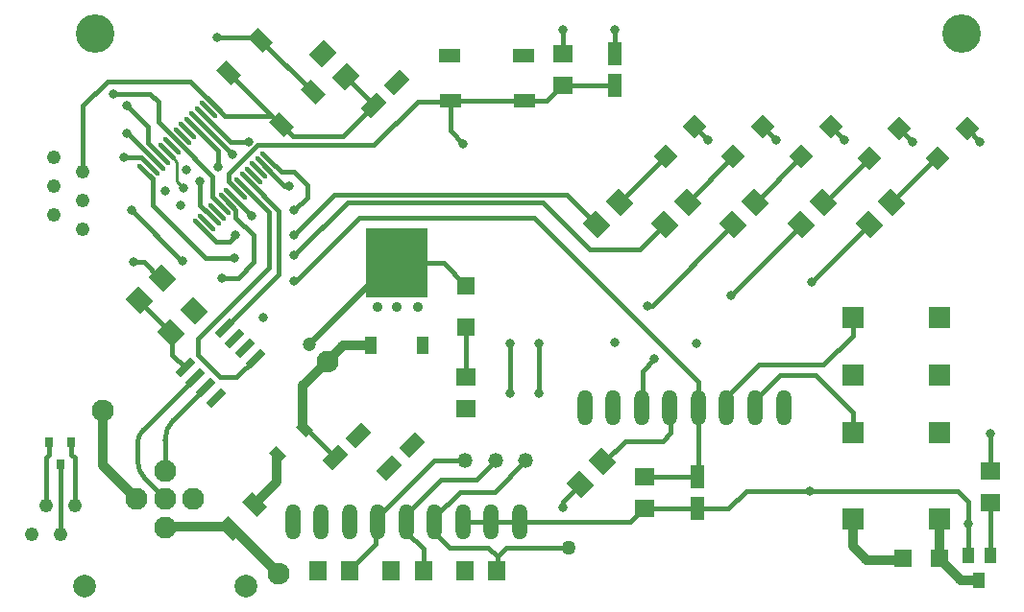
<source format=gtl>
G04*
G04 #@! TF.GenerationSoftware,Altium Limited,Altium Designer,19.0.10 (269)*
G04*
G04 Layer_Physical_Order=1*
G04 Layer_Color=255*
%FSLAX25Y25*%
%MOIN*%
G70*
G01*
G75*
%ADD12C,0.02362*%
%ADD14C,0.01000*%
%ADD15C,0.03543*%
G04:AMPARAMS|DCode=17|XSize=74.8mil|YSize=47.24mil|CornerRadius=0mil|HoleSize=0mil|Usage=FLASHONLY|Rotation=135.000|XOffset=0mil|YOffset=0mil|HoleType=Round|Shape=Rectangle|*
%AMROTATEDRECTD17*
4,1,4,0.04315,-0.00974,0.00974,-0.04315,-0.04315,0.00974,-0.00974,0.04315,0.04315,-0.00974,0.0*
%
%ADD17ROTATEDRECTD17*%

%ADD18R,0.07087X0.06299*%
%ADD19R,0.04724X0.07874*%
G04:AMPARAMS|DCode=20|XSize=62.99mil|YSize=70.87mil|CornerRadius=0mil|HoleSize=0mil|Usage=FLASHONLY|Rotation=315.000|XOffset=0mil|YOffset=0mil|HoleType=Round|Shape=Rectangle|*
%AMROTATEDRECTD20*
4,1,4,-0.04733,-0.00278,0.00278,0.04733,0.04733,0.00278,-0.00278,-0.04733,-0.04733,-0.00278,0.0*
%
%ADD20ROTATEDRECTD20*%

G04:AMPARAMS|DCode=21|XSize=78.74mil|YSize=47.24mil|CornerRadius=0mil|HoleSize=0mil|Usage=FLASHONLY|Rotation=45.000|XOffset=0mil|YOffset=0mil|HoleType=Round|Shape=Rectangle|*
%AMROTATEDRECTD21*
4,1,4,-0.01114,-0.04454,-0.04454,-0.01114,0.01114,0.04454,0.04454,0.01114,-0.01114,-0.04454,0.0*
%
%ADD21ROTATEDRECTD21*%

G04:AMPARAMS|DCode=22|XSize=62.99mil|YSize=70.87mil|CornerRadius=0mil|HoleSize=0mil|Usage=FLASHONLY|Rotation=45.000|XOffset=0mil|YOffset=0mil|HoleType=Round|Shape=Rectangle|*
%AMROTATEDRECTD22*
4,1,4,0.00278,-0.04733,-0.04733,0.00278,-0.00278,0.04733,0.04733,-0.00278,0.00278,-0.04733,0.0*
%
%ADD22ROTATEDRECTD22*%

%ADD23R,0.06299X0.07087*%
%ADD24R,0.03937X0.05512*%
%ADD25R,0.05906X0.05906*%
G04:AMPARAMS|DCode=26|XSize=35.83mil|YSize=48.03mil|CornerRadius=0mil|HoleSize=0mil|Usage=FLASHONLY|Rotation=45.000|XOffset=0mil|YOffset=0mil|HoleType=Round|Shape=Rectangle|*
%AMROTATEDRECTD26*
4,1,4,0.00432,-0.02965,-0.02965,0.00432,-0.00432,0.02965,0.02965,-0.00432,0.00432,-0.02965,0.0*
%
%ADD26ROTATEDRECTD26*%

%ADD27P,0.08352X4X90.0*%
%ADD28R,0.05906X0.05906*%
%ADD29R,0.07480X0.04724*%
%ADD30R,0.21260X0.24410*%
%ADD31R,0.03937X0.06299*%
%ADD32R,0.03150X0.03543*%
G04:AMPARAMS|DCode=33|XSize=47.24mil|YSize=71.65mil|CornerRadius=0mil|HoleSize=0mil|Usage=FLASHONLY|Rotation=45.000|XOffset=0mil|YOffset=0mil|HoleType=Round|Shape=Rectangle|*
%AMROTATEDRECTD33*
4,1,4,0.00863,-0.04204,-0.04204,0.00863,-0.00863,0.04204,0.04204,-0.00863,0.00863,-0.04204,0.0*
%
%ADD33ROTATEDRECTD33*%

G04:AMPARAMS|DCode=34|XSize=74.8mil|YSize=23.62mil|CornerRadius=1.77mil|HoleSize=0mil|Usage=FLASHONLY|Rotation=225.000|XOffset=0mil|YOffset=0mil|HoleType=Round|Shape=RoundedRectangle|*
%AMROUNDEDRECTD34*
21,1,0.07480,0.02008,0,0,225.0*
21,1,0.07126,0.02362,0,0,225.0*
1,1,0.00354,-0.03229,-0.01810*
1,1,0.00354,0.01810,0.03229*
1,1,0.00354,0.03229,0.01810*
1,1,0.00354,-0.01810,-0.03229*
%
%ADD34ROUNDEDRECTD34*%
G04:AMPARAMS|DCode=35|XSize=17.72mil|YSize=82.68mil|CornerRadius=0mil|HoleSize=0mil|Usage=FLASHONLY|Rotation=45.000|XOffset=0mil|YOffset=0mil|HoleType=Round|Shape=Round|*
%AMOVALD35*
21,1,0.06496,0.01772,0.00000,0.00000,135.0*
1,1,0.01772,0.02297,-0.02297*
1,1,0.01772,-0.02297,0.02297*
%
%ADD35OVALD35*%

%ADD69C,0.01595*%
%ADD70C,0.03201*%
%ADD71C,0.01575*%
%ADD72C,0.03228*%
%ADD73C,0.01595*%
%ADD74C,0.04800*%
%ADD75R,0.07359X0.07359*%
%ADD76R,0.07359X0.07359*%
%ADD77C,0.07874*%
%ADD78C,0.07677*%
%ADD79O,0.05197X0.12284*%
%ADD80C,0.03150*%
%ADD81C,0.04724*%
%ADD82C,0.05000*%
%ADD83C,0.05197*%
%ADD84C,0.13386*%
%ADD85C,0.07598*%
%ADD86C,0.03543*%
D12*
X206693Y190354D02*
X234646Y218307D01*
D14*
X321850Y168110D02*
X322047Y168307D01*
X341339Y144095D02*
X341339Y144095D01*
Y133071D02*
X341535Y132874D01*
X341339Y144095D02*
X341535Y144291D01*
X411221Y264960D02*
X414690D01*
X407752D02*
X411221D01*
X206693Y189961D02*
Y190354D01*
X234646Y218307D02*
X236811D01*
X323031Y133071D02*
X323031Y133071D01*
X162355Y219094D02*
X162618D01*
X160705Y246579D02*
X162795Y244488D01*
X160705Y246579D02*
Y253267D01*
X157132Y256840D02*
X160705Y253267D01*
X157132Y256840D02*
Y257049D01*
X174606Y296654D02*
X174636Y296683D01*
X204257Y160950D02*
X205271D01*
X188679Y296683D02*
X189653Y295709D01*
X173208Y273335D02*
X173275D01*
X154567Y213149D02*
X155392D01*
X344882Y261024D02*
Y261024D01*
Y261024D02*
X345669Y260236D01*
X186417Y234646D02*
Y234824D01*
X423951Y254660D02*
X424543D01*
X147597Y205041D02*
Y205354D01*
X158701Y193937D02*
X158979Y193659D01*
X123819Y156102D02*
X123819Y156102D01*
X115079Y134016D02*
X115264Y134201D01*
X116339Y156102D02*
X116339Y156102D01*
X124894Y134201D02*
X125079Y134016D01*
X196752Y266240D02*
Y266339D01*
X179959Y241281D02*
Y241459D01*
X201378Y212008D02*
X201772D01*
X155193Y255240D02*
X155322D01*
X380906Y211811D02*
X381299Y212205D01*
X381496D01*
X143307Y263386D02*
X143432D01*
X153388Y253430D02*
X153513D01*
X151494Y251621D02*
X151703D01*
X153513Y253430D02*
Y253639D01*
X352953Y207087D02*
Y207283D01*
X323819Y203346D02*
X325394D01*
X151703Y251621D02*
Y251829D01*
X201186Y220866D02*
X202170Y221850D01*
X202362D01*
X201378Y228150D02*
X201969Y228740D01*
X190817Y252108D02*
Y252316D01*
X197767Y245158D02*
X199409D01*
X179793Y256102D02*
X179921D01*
X228977Y273071D02*
Y273189D01*
X169798Y269716D02*
X170007D01*
X395079Y199213D02*
X395197Y199331D01*
X351378Y168110D02*
Y171653D01*
X361221Y168110D02*
Y170669D01*
X395079Y129213D02*
X395197Y129331D01*
X322638Y133071D02*
X323031D01*
X195866Y110236D02*
X195866D01*
X178201Y126791D02*
X179064Y125928D01*
X156449Y126472D02*
X156768Y126791D01*
X330053Y255250D02*
X330054D01*
X337756Y239331D02*
X337757D01*
X361378Y239331D02*
X361379D01*
X385000Y239331D02*
X385591D01*
X408622Y239331D02*
X409213D01*
X214578Y150630D02*
X215591D01*
D15*
X425197Y159331D02*
D03*
Y179331D02*
D03*
Y199331D02*
D03*
D17*
X178657Y284434D02*
D03*
X196752Y266339D02*
D03*
X207749Y277613D02*
D03*
X189653Y295709D02*
D03*
D18*
X442717Y134843D02*
D03*
Y145866D02*
D03*
X294685Y291142D02*
D03*
Y280118D02*
D03*
X260827Y178603D02*
D03*
Y167579D02*
D03*
X323031Y133071D02*
D03*
Y144095D02*
D03*
D19*
X312598Y290945D02*
D03*
Y279921D02*
D03*
X341339Y133071D02*
D03*
Y144095D02*
D03*
D20*
X219055Y283110D02*
D03*
X211260Y290905D02*
D03*
D21*
X228977Y273071D02*
D03*
X236771Y280866D02*
D03*
X223386Y158425D02*
D03*
X215591Y150630D02*
D03*
X234292Y147160D02*
D03*
X242086Y154955D02*
D03*
D22*
X166496Y201732D02*
D03*
X158701Y193937D02*
D03*
X147597Y205354D02*
D03*
X155392Y213149D02*
D03*
X300433Y141378D02*
D03*
X308228Y149173D02*
D03*
X314134Y239331D02*
D03*
X306339Y231536D02*
D03*
X337756Y239331D02*
D03*
X329961Y231536D02*
D03*
X361378Y239331D02*
D03*
X353583Y231536D02*
D03*
X377205D02*
D03*
X385000Y239331D02*
D03*
X408622Y239331D02*
D03*
X400827Y231536D02*
D03*
D23*
X220472Y111221D02*
D03*
X209449D02*
D03*
X246063D02*
D03*
X235039D02*
D03*
X271654D02*
D03*
X260630D02*
D03*
D24*
X442717Y116732D02*
D03*
X435236D02*
D03*
X438976Y108071D02*
D03*
D25*
X412598Y115551D02*
D03*
X425197D02*
D03*
D26*
X204721Y160823D02*
D03*
X195673Y151775D02*
D03*
D27*
X340355Y265551D02*
D03*
X330054Y255250D02*
D03*
X363977Y265551D02*
D03*
X353677Y255250D02*
D03*
X387599Y265551D02*
D03*
X377299Y255250D02*
D03*
X411221Y264960D02*
D03*
X400921Y254660D02*
D03*
X434843Y264960D02*
D03*
X424543Y254660D02*
D03*
D28*
X261024Y210433D02*
D03*
Y195866D02*
D03*
D29*
X281102Y274606D02*
D03*
X255512D02*
D03*
X255315Y290354D02*
D03*
X280906D02*
D03*
D30*
X236811Y218307D02*
D03*
D31*
X245768Y189567D02*
D03*
X227854D02*
D03*
D32*
X120079Y148228D02*
D03*
X116339Y156102D02*
D03*
X123819D02*
D03*
D33*
X187444Y134308D02*
D03*
X179064Y125928D02*
D03*
D34*
X174060Y171327D02*
D03*
X170524Y174863D02*
D03*
X166989Y178398D02*
D03*
X163453Y181934D02*
D03*
X177121Y195602D02*
D03*
X180657Y192067D02*
D03*
X184193Y188531D02*
D03*
X187728Y184995D02*
D03*
D35*
X173417Y273335D02*
D03*
X171608Y271525D02*
D03*
X169798Y269716D02*
D03*
X167989Y267906D02*
D03*
X166179Y266097D02*
D03*
X164370Y264287D02*
D03*
X162560Y262478D02*
D03*
X160751Y260668D02*
D03*
X158941Y258859D02*
D03*
X157132Y257049D02*
D03*
X155322Y255240D02*
D03*
X153513Y253430D02*
D03*
X151703Y251621D02*
D03*
X149893Y249811D02*
D03*
X192626Y254126D02*
D03*
X190817Y252316D02*
D03*
X189007Y250507D02*
D03*
X187198Y248697D02*
D03*
X185388Y246888D02*
D03*
X183579Y245078D02*
D03*
X181769Y243269D02*
D03*
X179959Y241459D02*
D03*
X178150Y239650D02*
D03*
X176340Y237840D02*
D03*
X174531Y236031D02*
D03*
X172721Y234221D02*
D03*
X170912Y232412D02*
D03*
X169102Y230602D02*
D03*
D69*
X148933Y160342D02*
G03*
X146850Y155315I5027J-5027D01*
G01*
Y150056D02*
G03*
X149779Y142985I10000J0D01*
G01*
X159378Y163716D02*
G03*
X156449Y156645I7071J-7071D01*
G01*
X322047Y180709D02*
X326181Y184843D01*
X322047Y168307D02*
Y180709D01*
X284449Y234055D02*
X341535Y176969D01*
Y168110D02*
Y176969D01*
X223819Y234055D02*
X284449D01*
X341535Y144291D02*
Y168110D01*
X255512Y264173D02*
X260039Y259646D01*
X255512Y264173D02*
Y274606D01*
X387599Y265551D02*
X392126Y261024D01*
X411221Y264960D02*
X415748Y260433D01*
X435236Y116732D02*
Y127756D01*
Y135266D01*
X380118Y138976D02*
X431526D01*
X236811Y218307D02*
X253150D01*
X261024Y210433D01*
X195866Y214347D02*
Y236410D01*
X185388Y246888D02*
X195866Y236410D01*
X191649Y237008D02*
X192520Y236137D01*
Y216732D02*
Y236137D01*
X183579Y245078D02*
X191649Y237008D01*
X279528Y128347D02*
X317913D01*
X358071Y138976D02*
X380118D01*
X317913Y128347D02*
X322638Y133071D01*
X152190Y238361D02*
X169685Y220866D01*
X152190Y238361D02*
Y247514D01*
X142126Y254921D02*
X148194D01*
X151494Y251621D01*
X258776Y138779D02*
X270866D01*
X250000Y130003D02*
X258776Y138779D01*
X270866D02*
X281693Y149606D01*
X250000Y128347D02*
Y130003D01*
X240158Y124803D02*
Y128347D01*
Y124803D02*
X246063Y118898D01*
X252078Y142913D02*
X264567D01*
X240158Y130993D02*
X252078Y142913D01*
X240158Y128347D02*
Y130993D01*
X264567Y142913D02*
X271260Y149606D01*
X249918D02*
X260630D01*
X230315Y130003D02*
X249918Y149606D01*
X230315Y128347D02*
Y130003D01*
X215084Y151137D02*
X215591Y150630D01*
X148933Y160342D02*
X166989Y178398D01*
X146850Y150056D02*
Y155315D01*
X149779Y142985D02*
X156449Y136315D01*
X159378Y163716D02*
X170524Y174863D01*
X156449Y146158D02*
Y156645D01*
X169685Y220866D02*
X170472Y220079D01*
X180512D01*
X169311Y230602D02*
X174126Y225787D01*
X178723D01*
X180888Y227953D01*
X180905D01*
X174636Y296683D02*
X188679D01*
X160789Y260668D02*
X173031Y248425D01*
X160751Y260668D02*
X160789D01*
X173031Y241358D02*
Y248425D01*
X167989Y267906D02*
X179793Y256102D01*
X173275Y273335D02*
X177121Y269488D01*
X165047Y281496D02*
X173208Y273335D01*
X173031Y241358D02*
X176340Y238049D01*
Y237840D02*
Y238049D01*
X138386Y277165D02*
X151378D01*
X154134Y274410D01*
Y267285D02*
Y274410D01*
Y267285D02*
X160751Y260668D01*
X136614Y281496D02*
X165047D01*
X127953Y272835D02*
X136614Y281496D01*
X127953Y250157D02*
Y272835D01*
X145472Y218504D02*
X149213D01*
X154567Y213149D01*
X434843Y264960D02*
X439370Y260433D01*
X363977Y265551D02*
X368504Y261024D01*
X340355Y265551D02*
X344882Y261024D01*
X312598Y290945D02*
Y299213D01*
X294685Y291142D02*
Y299213D01*
X149893Y249811D02*
X152190Y247514D01*
X167717Y191929D02*
X192520Y216732D01*
X168504Y238439D02*
Y246654D01*
Y238439D02*
X172721Y234221D01*
X260827Y178603D02*
Y195669D01*
X434252Y265551D02*
X434843Y264960D01*
X158979Y186407D02*
X163453Y181934D01*
X158979Y186407D02*
Y193659D01*
X147597Y205041D02*
X158701Y193937D01*
X167717Y186417D02*
X175591Y178543D01*
X120079Y124016D02*
Y148228D01*
X123819Y151772D02*
Y156102D01*
Y151772D02*
X125079Y150512D01*
Y134016D02*
Y150512D01*
X115079Y134016D02*
Y150512D01*
X116339Y151772D01*
Y156102D01*
X178657Y284434D02*
X193603Y269488D01*
X196752Y266339D01*
X177121Y269488D02*
X193603D01*
X189653Y295709D02*
X207749Y277613D01*
X196752Y266240D02*
X200787Y262205D01*
X218110D01*
X228977Y273071D01*
X188583Y259252D02*
X228937D01*
X178543Y249213D02*
X188583Y259252D01*
X255512Y274606D02*
X281102D01*
X255315Y274410D02*
X255512Y274606D01*
X244094Y274410D02*
X255315D01*
X281102Y274606D02*
X288779D01*
X179959Y241281D02*
X186417Y234824D01*
X201772Y212008D02*
X223819Y234055D01*
X205271Y160950D02*
X215084Y151137D01*
X150394Y260039D02*
X155193Y255240D01*
X150394Y260039D02*
Y265748D01*
X143307Y272835D02*
X150394Y265748D01*
X381496Y212205D02*
X400827Y231536D01*
X143432Y263386D02*
X153388Y253430D01*
X352953Y207283D02*
X353150D01*
X377205Y231339D01*
Y231536D01*
X325394Y203346D02*
X353583Y231536D01*
X202362Y221850D02*
X219842Y239331D01*
X287402D01*
X303897Y222835D01*
X321260D01*
X329961Y231536D01*
X201969Y228740D02*
X215354Y242126D01*
X295748D01*
X306339Y231536D01*
X228937Y259252D02*
X244094Y274410D01*
X178543Y246703D02*
Y249213D01*
Y246703D02*
X181769Y243478D01*
Y243269D02*
Y243478D01*
X288779Y274606D02*
X294291Y280118D01*
X294685D01*
X294882Y279921D01*
X312598D01*
X201378Y236614D02*
X205906Y241142D01*
Y245472D01*
X201378Y250000D02*
X205906Y245472D01*
X196752Y250000D02*
X201378D01*
X192626Y254126D02*
X196752Y250000D01*
X190817Y252108D02*
X197767Y245158D01*
X219055Y283110D02*
X228977Y273189D01*
X442717Y145866D02*
Y159055D01*
X166179Y266097D02*
X175000Y257276D01*
Y251575D02*
Y257276D01*
X179081Y260433D02*
X185388D01*
X169798Y269716D02*
X179081Y260433D01*
X385591Y239331D02*
X400921Y254660D01*
X268701Y119488D02*
X271850Y116339D01*
X255315Y119488D02*
X268701D01*
X250000Y124803D02*
X255315Y119488D01*
X351969Y132874D02*
X358071Y138976D01*
X341535Y132874D02*
X351969D01*
X275000Y119488D02*
X296457D01*
X271850Y116339D02*
X275000Y119488D01*
X167717Y186417D02*
Y191929D01*
X175591Y178543D02*
X181276D01*
X187728Y184995D01*
X177121Y195602D02*
X195866Y214347D01*
X271654Y111221D02*
X271850Y111417D01*
Y116339D01*
X250000Y124803D02*
Y128347D01*
X431526Y138976D02*
X435236Y135266D01*
X246063Y111221D02*
Y118898D01*
X220472Y111221D02*
Y111614D01*
X229563Y120705D01*
Y127594D01*
X230315Y128347D01*
X269685D02*
X279528D01*
X259842D02*
X269685D01*
X323031Y144095D02*
X341339D01*
X323031Y133071D02*
X341339D01*
X442717Y116732D02*
Y134843D01*
X179064Y125928D02*
X180174D01*
X314134Y239331D02*
X330053Y255250D01*
X337757Y239331D02*
X353677Y255250D01*
X361379Y239331D02*
X377299Y255250D01*
X408622Y239331D02*
X423951Y254660D01*
D70*
X400000Y115157D02*
X412598D01*
X395079Y120079D02*
X400000Y115157D01*
X395079Y120079D02*
Y129213D01*
X425197Y115551D02*
Y129331D01*
Y115551D02*
X432677Y108071D01*
X438976D01*
D71*
X286221Y173031D02*
Y190354D01*
X276378Y173031D02*
Y190354D01*
X294488Y135433D02*
X300433Y141378D01*
X294488Y133268D02*
Y135433D01*
X331890Y159252D02*
Y167913D01*
X331693Y168110D02*
X331890Y167913D01*
X329134Y156496D02*
X331890Y159252D01*
X316142Y156496D02*
X329134D01*
X308819Y149173D02*
X316142Y156496D01*
X308228Y149173D02*
X308819D01*
X144882Y236568D02*
X162355Y219094D01*
X181023Y234135D02*
X187205Y227953D01*
X181023Y234135D02*
Y236568D01*
X178150Y239441D02*
X181023Y236568D01*
X178150Y239441D02*
Y239650D01*
X187205Y218504D02*
Y227953D01*
X181817Y213117D02*
X187205Y218504D01*
X176378Y213117D02*
X181817D01*
D72*
X218307Y189567D02*
X227854D01*
X212795Y184055D02*
X218307Y189567D01*
X134843Y148079D02*
Y167126D01*
Y148079D02*
X146606Y136315D01*
X204257Y175517D02*
X212795Y184055D01*
X204257Y160950D02*
Y175517D01*
X195349Y142213D02*
Y152042D01*
X187444Y134308D02*
X195349Y142213D01*
X180174Y125928D02*
X195866Y110236D01*
X156768Y126791D02*
X178201D01*
D73*
X362598Y182874D02*
X384842D01*
X395079Y193110D01*
Y199213D01*
X351378Y171653D02*
X362598Y182874D01*
X361221Y170669D02*
X369882Y179331D01*
X382283D01*
X395197Y166417D01*
Y159331D02*
Y166417D01*
D74*
X110079Y124016D02*
D03*
X115079Y134016D02*
D03*
X120079Y124016D02*
D03*
X125079Y134016D02*
D03*
X117953Y255157D02*
D03*
X127953Y250157D02*
D03*
X117953Y245158D02*
D03*
X127953Y240158D02*
D03*
X117953Y235157D02*
D03*
X127953Y230157D02*
D03*
D75*
X425197Y199331D02*
D03*
Y179331D02*
D03*
Y159331D02*
D03*
Y129331D02*
D03*
X395197Y199331D02*
D03*
Y179331D02*
D03*
Y159331D02*
D03*
D76*
Y129331D02*
D03*
D77*
X128398Y106000D02*
D03*
X184500D02*
D03*
D78*
X146606Y136315D02*
D03*
X156449Y126472D02*
D03*
X166292Y136315D02*
D03*
X156449Y146158D02*
D03*
Y136315D02*
D03*
D79*
X371063Y168110D02*
D03*
X361221D02*
D03*
X351378D02*
D03*
X321850D02*
D03*
X331693D02*
D03*
X341535D02*
D03*
X312008D02*
D03*
X302165D02*
D03*
X200787Y128347D02*
D03*
X210630D02*
D03*
X220472D02*
D03*
X250000D02*
D03*
X240158D02*
D03*
X230315D02*
D03*
X259842D02*
D03*
X269685D02*
D03*
X279528D02*
D03*
D80*
X326181Y184843D02*
D03*
X260039Y259646D02*
D03*
X392126Y261024D02*
D03*
X415748Y260433D02*
D03*
X435236Y127756D02*
D03*
X276378Y173031D02*
D03*
X286221D02*
D03*
Y190354D02*
D03*
X276378D02*
D03*
X294488Y133268D02*
D03*
X162618Y219094D02*
D03*
X144882Y236568D02*
D03*
X162795Y244488D02*
D03*
X174606Y296654D02*
D03*
X142126Y254921D02*
D03*
X190551Y199213D02*
D03*
X340748Y190354D02*
D03*
X312402Y190551D02*
D03*
X176378Y213117D02*
D03*
X180512Y220079D02*
D03*
X180905Y227953D02*
D03*
X138386Y277165D02*
D03*
X145472Y218504D02*
D03*
X380118Y138976D02*
D03*
X439370Y260433D02*
D03*
X368504Y261024D02*
D03*
X344882D02*
D03*
X312598Y299213D02*
D03*
X294685D02*
D03*
X186417Y234646D02*
D03*
X168504Y246654D02*
D03*
X163779Y250507D02*
D03*
X156693Y243269D02*
D03*
X161950Y238439D02*
D03*
X201378Y212008D02*
D03*
X143307Y272835D02*
D03*
X380906Y211811D02*
D03*
X143307Y263386D02*
D03*
X352953Y207087D02*
D03*
X323819Y203346D02*
D03*
X201186Y220866D02*
D03*
X201378Y228150D02*
D03*
Y236614D02*
D03*
X199409Y245158D02*
D03*
X179921Y256102D02*
D03*
X442717Y159055D02*
D03*
X175000Y251575D02*
D03*
X185388Y260433D02*
D03*
D81*
X206693Y189961D02*
D03*
D82*
X231299Y211024D02*
D03*
X237008Y218504D02*
D03*
X242520Y211024D02*
D03*
Y225787D02*
D03*
X231299D02*
D03*
X296457Y119488D02*
D03*
D83*
X281693Y149606D02*
D03*
X271260D02*
D03*
X260630D02*
D03*
D84*
X432874Y297835D02*
D03*
X132283D02*
D03*
D85*
X134843Y167126D02*
D03*
X212795Y184055D02*
D03*
X195866Y110236D02*
D03*
D86*
X244094Y202953D02*
D03*
X236771D02*
D03*
X230118D02*
D03*
M02*

</source>
